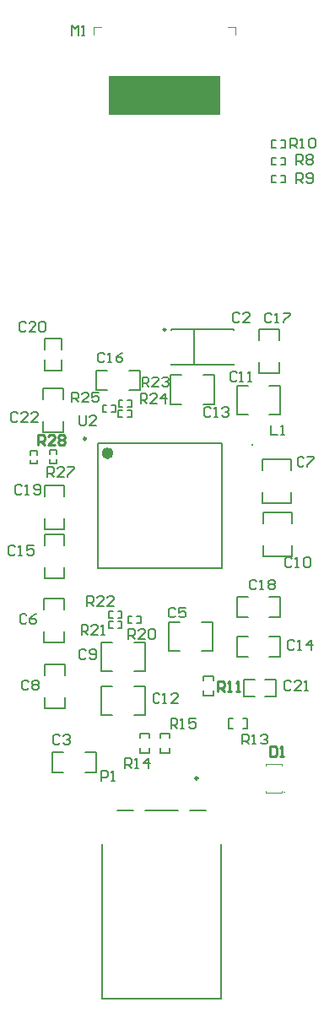
<source format=gto>
G04 Layer_Color=16777215*
%FSLAX24Y24*%
%MOIN*%
G70*
G01*
G75*
%ADD28C,0.0079*%
%ADD49C,0.0098*%
%ADD50C,0.0236*%
%ADD51C,0.0050*%
%ADD52C,0.0060*%
%ADD53C,0.0039*%
%ADD54C,0.0100*%
%ADD55R,0.4409X0.1575*%
D28*
X40856Y13711D02*
Y19825D01*
X36132Y13711D02*
Y19825D01*
Y13711D02*
X40856D01*
X39608Y21152D02*
X40256D01*
X37833D02*
X39156D01*
X36732D02*
X37380D01*
X38858Y38750D02*
Y38770D01*
Y40108D02*
Y40128D01*
X39783Y38750D02*
Y40128D01*
X41339Y38750D02*
Y38770D01*
Y40108D02*
Y40128D01*
X38858D02*
X41339D01*
X38858Y38750D02*
X41339D01*
X35965Y30719D02*
X40886D01*
X35965Y35640D02*
X40886D01*
Y30719D02*
Y35640D01*
X35965Y30719D02*
Y35640D01*
X42067Y35571D02*
Y35610D01*
X35252Y36732D02*
Y36404D01*
X35318Y36338D01*
X35449D01*
X35514Y36404D01*
Y36732D01*
X35908Y36338D02*
X35646D01*
X35908Y36601D01*
Y36666D01*
X35842Y36732D01*
X35711D01*
X35646Y36666D01*
X41683Y23760D02*
Y24153D01*
X41880D01*
X41945Y24088D01*
Y23957D01*
X41880Y23891D01*
X41683D01*
X41814D02*
X41945Y23760D01*
X42077D02*
X42208D01*
X42142D01*
Y24153D01*
X42077Y24088D01*
X42405D02*
X42470Y24153D01*
X42601D01*
X42667Y24088D01*
Y24022D01*
X42601Y23957D01*
X42536D01*
X42601D01*
X42667Y23891D01*
Y23825D01*
X42601Y23760D01*
X42470D01*
X42405Y23825D01*
X43819Y46634D02*
Y47027D01*
X44016D01*
X44081Y46962D01*
Y46831D01*
X44016Y46765D01*
X43819D01*
X43950D02*
X44081Y46634D01*
X44212Y46962D02*
X44278Y47027D01*
X44409D01*
X44475Y46962D01*
Y46896D01*
X44409Y46831D01*
X44475Y46765D01*
Y46699D01*
X44409Y46634D01*
X44278D01*
X44212Y46699D01*
Y46765D01*
X44278Y46831D01*
X44212Y46896D01*
Y46962D01*
X44278Y46831D02*
X44409D01*
X43583Y47293D02*
Y47687D01*
X43779D01*
X43845Y47621D01*
Y47490D01*
X43779Y47425D01*
X43583D01*
X43714D02*
X43845Y47293D01*
X43976D02*
X44107D01*
X44042D01*
Y47687D01*
X43976Y47621D01*
X44304D02*
X44370Y47687D01*
X44501D01*
X44567Y47621D01*
Y47359D01*
X44501Y47293D01*
X44370D01*
X44304Y47359D01*
Y47621D01*
X43819Y45915D02*
Y46309D01*
X44016D01*
X44081Y46243D01*
Y46112D01*
X44016Y46047D01*
X43819D01*
X43950D02*
X44081Y45915D01*
X44212Y45981D02*
X44278Y45915D01*
X44409D01*
X44475Y45981D01*
Y46243D01*
X44409Y46309D01*
X44278D01*
X44212Y46243D01*
Y46178D01*
X44278Y46112D01*
X44475D01*
X37047Y22805D02*
X37046Y23199D01*
X37243Y23199D01*
X37309Y23134D01*
X37309Y23003D01*
X37244Y22937D01*
X37047Y22936D01*
X37178Y22937D02*
X37310Y22806D01*
X37441Y22806D02*
X37572Y22807D01*
X37506Y22807D01*
X37505Y23200D01*
X37440Y23134D01*
X37966Y22808D02*
X37964Y23202D01*
X37768Y23004D01*
X38031Y23005D01*
X38858Y24370D02*
Y24764D01*
X39055D01*
X39121Y24698D01*
Y24567D01*
X39055Y24501D01*
X38858D01*
X38989D02*
X39121Y24370D01*
X39252D02*
X39383D01*
X39317D01*
Y24764D01*
X39252Y24698D01*
X39842Y24764D02*
X39580D01*
Y24567D01*
X39711Y24632D01*
X39777D01*
X39842Y24567D01*
Y24436D01*
X39777Y24370D01*
X39645D01*
X39580Y24436D01*
X33986Y34301D02*
Y34695D01*
X34183D01*
X34249Y34629D01*
Y34498D01*
X34183Y34432D01*
X33986D01*
X34117D02*
X34249Y34301D01*
X34642D02*
X34380D01*
X34642Y34564D01*
Y34629D01*
X34577Y34695D01*
X34445D01*
X34380Y34629D01*
X34773Y34695D02*
X35036D01*
Y34629D01*
X34773Y34367D01*
Y34301D01*
X34941Y37261D02*
Y37654D01*
X35138D01*
X35203Y37589D01*
Y37458D01*
X35138Y37392D01*
X34941D01*
X35072D02*
X35203Y37261D01*
X35597D02*
X35335D01*
X35597Y37523D01*
Y37589D01*
X35531Y37654D01*
X35400D01*
X35335Y37589D01*
X35991Y37654D02*
X35728D01*
Y37458D01*
X35859Y37523D01*
X35925D01*
X35991Y37458D01*
Y37326D01*
X35925Y37261D01*
X35794D01*
X35728Y37326D01*
X37657Y37215D02*
Y37608D01*
X37854D01*
X37920Y37543D01*
Y37411D01*
X37854Y37346D01*
X37657D01*
X37789D02*
X37920Y37215D01*
X38313D02*
X38051D01*
X38313Y37477D01*
Y37543D01*
X38248Y37608D01*
X38117D01*
X38051Y37543D01*
X38641Y37215D02*
Y37608D01*
X38445Y37411D01*
X38707D01*
X37726Y37864D02*
Y38258D01*
X37923D01*
X37989Y38192D01*
Y38061D01*
X37923Y37995D01*
X37726D01*
X37858D02*
X37989Y37864D01*
X38382D02*
X38120D01*
X38382Y38127D01*
Y38192D01*
X38317Y38258D01*
X38186D01*
X38120Y38192D01*
X38514D02*
X38579Y38258D01*
X38710D01*
X38776Y38192D01*
Y38127D01*
X38710Y38061D01*
X38645D01*
X38710D01*
X38776Y37995D01*
Y37930D01*
X38710Y37864D01*
X38579D01*
X38514Y37930D01*
X35551Y29222D02*
Y29616D01*
X35748D01*
X35814Y29550D01*
Y29419D01*
X35748Y29354D01*
X35551D01*
X35682D02*
X35814Y29222D01*
X36207D02*
X35945D01*
X36207Y29485D01*
Y29550D01*
X36142Y29616D01*
X36010D01*
X35945Y29550D01*
X36601Y29222D02*
X36338D01*
X36601Y29485D01*
Y29550D01*
X36535Y29616D01*
X36404D01*
X36338Y29550D01*
X35325Y28091D02*
Y28484D01*
X35522D01*
X35587Y28419D01*
Y28287D01*
X35522Y28222D01*
X35325D01*
X35456D02*
X35587Y28091D01*
X35981D02*
X35718D01*
X35981Y28353D01*
Y28419D01*
X35915Y28484D01*
X35784D01*
X35718Y28419D01*
X36112Y28091D02*
X36243D01*
X36178D01*
Y28484D01*
X36112Y28419D01*
X37175Y27913D02*
Y28307D01*
X37372D01*
X37438Y28241D01*
Y28110D01*
X37372Y28045D01*
X37175D01*
X37306D02*
X37438Y27913D01*
X37831D02*
X37569D01*
X37831Y28176D01*
Y28241D01*
X37766Y28307D01*
X37634D01*
X37569Y28241D01*
X37962D02*
X38028Y28307D01*
X38159D01*
X38225Y28241D01*
Y27979D01*
X38159Y27913D01*
X38028D01*
X37962Y27979D01*
Y28241D01*
X36112Y22313D02*
Y22707D01*
X36309D01*
X36375Y22641D01*
Y22510D01*
X36309Y22444D01*
X36112D01*
X36506Y22313D02*
X36637D01*
X36571D01*
Y22707D01*
X36506Y22641D01*
X34931Y51742D02*
Y52136D01*
X35062Y52005D01*
X35193Y52136D01*
Y51742D01*
X35325D02*
X35456D01*
X35390D01*
Y52136D01*
X35325Y52070D01*
X42815Y36358D02*
Y35965D01*
X43077D01*
X43209D02*
X43340D01*
X43274D01*
Y36358D01*
X43209Y36293D01*
X34482Y24068D02*
X34417Y24134D01*
X34286D01*
X34220Y24068D01*
Y23806D01*
X34286Y23740D01*
X34417D01*
X34482Y23806D01*
X34614Y24068D02*
X34679Y24134D01*
X34810D01*
X34876Y24068D01*
Y24002D01*
X34810Y23937D01*
X34745D01*
X34810D01*
X34876Y23871D01*
Y23806D01*
X34810Y23740D01*
X34679D01*
X34614Y23806D01*
X41581Y40748D02*
X41516Y40814D01*
X41384D01*
X41319Y40748D01*
Y40486D01*
X41384Y40420D01*
X41516D01*
X41581Y40486D01*
X41975Y40420D02*
X41712D01*
X41975Y40682D01*
Y40748D01*
X41909Y40814D01*
X41778D01*
X41712Y40748D01*
X32812Y36804D02*
X32746Y36870D01*
X32615D01*
X32549Y36804D01*
Y36542D01*
X32615Y36476D01*
X32746D01*
X32812Y36542D01*
X33205Y36476D02*
X32943D01*
X33205Y36739D01*
Y36804D01*
X33140Y36870D01*
X33008D01*
X32943Y36804D01*
X33599Y36476D02*
X33336D01*
X33599Y36739D01*
Y36804D01*
X33533Y36870D01*
X33402D01*
X33336Y36804D01*
X43609Y26204D02*
X43543Y26270D01*
X43412D01*
X43346Y26204D01*
Y25942D01*
X43412Y25876D01*
X43543D01*
X43609Y25942D01*
X44002Y25876D02*
X43740D01*
X44002Y26138D01*
Y26204D01*
X43937Y26270D01*
X43806D01*
X43740Y26204D01*
X44134Y25876D02*
X44265D01*
X44199D01*
Y26270D01*
X44134Y26204D01*
X33127Y40367D02*
X33061Y40433D01*
X32930D01*
X32864Y40367D01*
Y40105D01*
X32930Y40039D01*
X33061D01*
X33127Y40105D01*
X33520Y40039D02*
X33258D01*
X33520Y40302D01*
Y40367D01*
X33455Y40433D01*
X33323D01*
X33258Y40367D01*
X33651D02*
X33717Y40433D01*
X33848D01*
X33914Y40367D01*
Y40105D01*
X33848Y40039D01*
X33717D01*
X33651Y40105D01*
Y40367D01*
X32979Y33930D02*
X32913Y33996D01*
X32782D01*
X32717Y33930D01*
Y33668D01*
X32782Y33602D01*
X32913D01*
X32979Y33668D01*
X33110Y33602D02*
X33241D01*
X33176D01*
Y33996D01*
X33110Y33930D01*
X33438Y33668D02*
X33504Y33602D01*
X33635D01*
X33700Y33668D01*
Y33930D01*
X33635Y33996D01*
X33504D01*
X33438Y33930D01*
Y33865D01*
X33504Y33799D01*
X33700D01*
X42251Y30190D02*
X42185Y30256D01*
X42054D01*
X41988Y30190D01*
Y29928D01*
X42054Y29862D01*
X42185D01*
X42251Y29928D01*
X42382Y29862D02*
X42513D01*
X42447D01*
Y30256D01*
X42382Y30190D01*
X42710D02*
X42775Y30256D01*
X42907D01*
X42972Y30190D01*
Y30125D01*
X42907Y30059D01*
X42972Y29993D01*
Y29928D01*
X42907Y29862D01*
X42775D01*
X42710Y29928D01*
Y29993D01*
X42775Y30059D01*
X42710Y30125D01*
Y30190D01*
X42775Y30059D02*
X42907D01*
X42851Y40722D02*
X42785Y40787D01*
X42654D01*
X42589Y40722D01*
Y40459D01*
X42654Y40394D01*
X42785D01*
X42851Y40459D01*
X42982Y40394D02*
X43113D01*
X43048D01*
Y40787D01*
X42982Y40722D01*
X43310Y40787D02*
X43573D01*
Y40722D01*
X43310Y40459D01*
Y40394D01*
X36232Y39158D02*
X36167Y39224D01*
X36036D01*
X35970Y39158D01*
Y38896D01*
X36036Y38830D01*
X36167D01*
X36232Y38896D01*
X36364Y38830D02*
X36495D01*
X36429D01*
Y39224D01*
X36364Y39158D01*
X36954Y39224D02*
X36823Y39158D01*
X36692Y39027D01*
Y38896D01*
X36757Y38830D01*
X36888D01*
X36954Y38896D01*
Y38961D01*
X36888Y39027D01*
X36692D01*
X32713Y31529D02*
X32648Y31594D01*
X32516D01*
X32451Y31529D01*
Y31266D01*
X32516Y31201D01*
X32648D01*
X32713Y31266D01*
X32844Y31201D02*
X32976D01*
X32910D01*
Y31594D01*
X32844Y31529D01*
X33435Y31594D02*
X33172D01*
Y31398D01*
X33304Y31463D01*
X33369D01*
X33435Y31398D01*
Y31266D01*
X33369Y31201D01*
X33238D01*
X33172Y31266D01*
X43747Y27798D02*
X43681Y27864D01*
X43550D01*
X43484Y27798D01*
Y27536D01*
X43550Y27470D01*
X43681D01*
X43747Y27536D01*
X43878Y27470D02*
X44009D01*
X43943D01*
Y27864D01*
X43878Y27798D01*
X44403Y27470D02*
Y27864D01*
X44206Y27667D01*
X44468D01*
X40430Y37001D02*
X40364Y37067D01*
X40233D01*
X40167Y37001D01*
Y36739D01*
X40233Y36673D01*
X40364D01*
X40430Y36739D01*
X40561Y36673D02*
X40692D01*
X40626D01*
Y37067D01*
X40561Y37001D01*
X40889D02*
X40954Y37067D01*
X41086D01*
X41151Y37001D01*
Y36936D01*
X41086Y36870D01*
X41020D01*
X41086D01*
X41151Y36804D01*
Y36739D01*
X41086Y36673D01*
X40954D01*
X40889Y36739D01*
X38422Y25712D02*
X38356Y25777D01*
X38225D01*
X38159Y25712D01*
Y25449D01*
X38225Y25384D01*
X38356D01*
X38422Y25449D01*
X38553Y25384D02*
X38684D01*
X38619D01*
Y25777D01*
X38553Y25712D01*
X39143Y25384D02*
X38881D01*
X39143Y25646D01*
Y25712D01*
X39078Y25777D01*
X38947D01*
X38881Y25712D01*
X41458Y38399D02*
X41392Y38465D01*
X41261D01*
X41195Y38399D01*
Y38137D01*
X41261Y38071D01*
X41392D01*
X41458Y38137D01*
X41589Y38071D02*
X41720D01*
X41655D01*
Y38465D01*
X41589Y38399D01*
X41917Y38071D02*
X42048D01*
X41983D01*
Y38465D01*
X41917Y38399D01*
X43648Y31076D02*
X43583Y31142D01*
X43451D01*
X43386Y31076D01*
Y30814D01*
X43451Y30748D01*
X43583D01*
X43648Y30814D01*
X43779Y30748D02*
X43911D01*
X43845D01*
Y31142D01*
X43779Y31076D01*
X44107D02*
X44173Y31142D01*
X44304D01*
X44370Y31076D01*
Y30814D01*
X44304Y30748D01*
X44173D01*
X44107Y30814D01*
Y31076D01*
X35508Y27444D02*
X35443Y27510D01*
X35312D01*
X35246Y27444D01*
Y27182D01*
X35312Y27116D01*
X35443D01*
X35508Y27182D01*
X35640D02*
X35705Y27116D01*
X35836D01*
X35902Y27182D01*
Y27444D01*
X35836Y27510D01*
X35705D01*
X35640Y27444D01*
Y27379D01*
X35705Y27313D01*
X35902D01*
X33245Y26224D02*
X33179Y26289D01*
X33048D01*
X32982Y26224D01*
Y25961D01*
X33048Y25896D01*
X33179D01*
X33245Y25961D01*
X33376Y26224D02*
X33441Y26289D01*
X33573D01*
X33638Y26224D01*
Y26158D01*
X33573Y26092D01*
X33638Y26027D01*
Y25961D01*
X33573Y25896D01*
X33441D01*
X33376Y25961D01*
Y26027D01*
X33441Y26092D01*
X33376Y26158D01*
Y26224D01*
X33441Y26092D02*
X33573D01*
X44121Y35033D02*
X44055Y35098D01*
X43924D01*
X43858Y35033D01*
Y34770D01*
X43924Y34705D01*
X44055D01*
X44121Y34770D01*
X44252Y35098D02*
X44514D01*
Y35033D01*
X44252Y34770D01*
Y34705D01*
X33156Y28832D02*
X33090Y28898D01*
X32959D01*
X32894Y28832D01*
Y28570D01*
X32959Y28504D01*
X33090D01*
X33156Y28570D01*
X33550Y28898D02*
X33418Y28832D01*
X33287Y28701D01*
Y28570D01*
X33353Y28504D01*
X33484D01*
X33550Y28570D01*
Y28635D01*
X33484Y28701D01*
X33287D01*
X39041Y29087D02*
X38976Y29153D01*
X38845D01*
X38779Y29087D01*
Y28825D01*
X38845Y28759D01*
X38976D01*
X39041Y28825D01*
X39435Y29153D02*
X39173D01*
Y28956D01*
X39304Y29021D01*
X39369D01*
X39435Y28956D01*
Y28825D01*
X39369Y28759D01*
X39238D01*
X39173Y28825D01*
D49*
X39921Y22411D02*
G03*
X39921Y22411I-49J0D01*
G01*
X38652Y40128D02*
G03*
X38652Y40128I-49J0D01*
G01*
X35502Y35817D02*
G03*
X35502Y35817I-49J0D01*
G01*
D50*
X36476Y35246D02*
G03*
X36476Y35246I-118J0D01*
G01*
D51*
X43339Y21860D02*
G03*
X43339Y21860I-12J0D01*
G01*
X43189Y36762D02*
Y37904D01*
X41457Y36762D02*
Y37904D01*
X42756Y36762D02*
X43189D01*
X42756Y37904D02*
X43189D01*
X41457Y36762D02*
X41890D01*
X41457Y37904D02*
X41890D01*
X40561Y37185D02*
Y38327D01*
X38829Y37185D02*
Y38327D01*
X40128Y37185D02*
X40561D01*
X40128Y38327D02*
X40561D01*
X38829Y37185D02*
X39262D01*
X38829Y38327D02*
X39262D01*
X42756Y28780D02*
X43189D01*
X42756Y29567D02*
X43189D01*
X41457Y28780D02*
X41890D01*
X41457Y29567D02*
X41890D01*
X43189Y28780D02*
Y29567D01*
X41457Y28780D02*
Y29567D01*
X34163Y23435D02*
X34596D01*
X34163Y22648D02*
X34596D01*
X35463Y23435D02*
X35896D01*
X35463Y22648D02*
X35896D01*
X34163D02*
Y23435D01*
X35896Y22648D02*
Y23435D01*
X35915Y38524D02*
X36348D01*
X35915Y37736D02*
X36348D01*
X37215Y38524D02*
X37648D01*
X37215Y37736D02*
X37648D01*
X35915D02*
Y38524D01*
X37648Y37736D02*
Y38524D01*
X42500Y32894D02*
X43642D01*
X42500Y31161D02*
X43642D01*
Y32461D02*
Y32894D01*
X42500Y32461D02*
Y32894D01*
X43642Y31161D02*
Y31594D01*
X42500Y31161D02*
Y31594D01*
X33858Y32244D02*
Y32677D01*
X34646Y32244D02*
Y32677D01*
X33858Y33543D02*
Y33976D01*
X34646Y33543D02*
Y33976D01*
X33858Y32244D02*
X34646D01*
X33858Y33976D02*
X34646D01*
X33858Y30305D02*
Y30738D01*
X34646Y30305D02*
Y30738D01*
X33858Y31604D02*
Y32037D01*
X34646Y31604D02*
Y32037D01*
X33858Y30305D02*
X34646D01*
X33858Y32037D02*
X34646D01*
X37844Y24911D02*
Y26053D01*
X36112Y24911D02*
Y26053D01*
X37411Y24911D02*
X37844D01*
X37411Y26053D02*
X37844D01*
X36112Y24911D02*
X36545D01*
X36112Y26053D02*
X36545D01*
X37845Y26644D02*
Y27785D01*
X36112Y26644D02*
Y27785D01*
X37411Y26644D02*
X37845D01*
X37411Y27785D02*
X37845D01*
X36112Y26644D02*
X36545D01*
X36112Y27785D02*
X36545D01*
X34626Y29065D02*
Y29498D01*
X33839Y29065D02*
Y29498D01*
X34626Y27766D02*
Y28199D01*
X33839Y27766D02*
Y28199D01*
Y29498D02*
X34626D01*
X33839Y27766D02*
X34626D01*
X33888Y25167D02*
Y25600D01*
X34675Y25167D02*
Y25600D01*
X33888Y26467D02*
Y26900D01*
X34675Y26467D02*
Y26900D01*
X33888Y25167D02*
X34675D01*
X33888Y26900D02*
X34675D01*
X33809Y36063D02*
Y36496D01*
X34596Y36063D02*
Y36496D01*
X33809Y37362D02*
Y37795D01*
X34596Y37362D02*
Y37795D01*
X33809Y36063D02*
X34596D01*
X33809Y37795D02*
X34596D01*
X33878Y38524D02*
Y38957D01*
X34547Y38524D02*
Y38957D01*
X33878Y39350D02*
Y39783D01*
X34547Y39350D02*
Y39783D01*
X33878Y38524D02*
X34547D01*
X33878Y39783D02*
X34547D01*
X42480Y35020D02*
X43622D01*
X42480Y33287D02*
X43622D01*
Y34587D02*
Y35020D01*
X42480Y34587D02*
Y35020D01*
X43622Y33287D02*
Y33720D01*
X42480Y33287D02*
Y33720D01*
X42343Y38396D02*
Y38829D01*
Y38396D02*
X43130D01*
X42343Y39695D02*
Y40128D01*
X43130D01*
Y38396D02*
Y38829D01*
Y39695D02*
Y40128D01*
X38760Y27441D02*
Y28583D01*
Y27441D02*
X39193D01*
X38760Y28583D02*
X39193D01*
X40059Y27441D02*
X40492D01*
Y28583D01*
X40059D02*
X40492D01*
X41457Y27205D02*
Y27992D01*
Y27205D02*
X41890D01*
X41457Y27992D02*
X41890D01*
X42756Y27205D02*
X43189D01*
Y27992D01*
X42756D02*
X43189D01*
X41752Y25650D02*
Y26319D01*
Y25650D02*
X42185D01*
X41752Y26319D02*
X42185D01*
X42579Y25650D02*
X43012D01*
Y26319D01*
X42579D02*
X43012D01*
D52*
X33307Y35187D02*
Y35344D01*
X33583D01*
Y35187D02*
Y35344D01*
Y34833D02*
Y34990D01*
X33307Y34833D02*
X33583D01*
X33307D02*
Y34990D01*
X36161Y36870D02*
X36319D01*
X36161D02*
Y37146D01*
X36319D01*
X36516D02*
X36673D01*
Y36870D02*
Y37146D01*
X36516Y36870D02*
X36673D01*
X36781Y36673D02*
X36939D01*
X36781D02*
Y36949D01*
X36939D01*
X37136D02*
X37293D01*
Y36673D02*
Y36949D01*
X37136Y36673D02*
X37293D01*
X37146Y37352D02*
X37303D01*
Y37077D02*
Y37352D01*
X37146Y37077D02*
X37303D01*
X36791D02*
X36949D01*
X36791D02*
Y37352D01*
X36949D01*
X43209Y46220D02*
X43366D01*
Y45945D02*
Y46220D01*
X43209Y45945D02*
X43366D01*
X42854D02*
X43012D01*
X42854D02*
Y46220D01*
X43012D01*
X43209Y46919D02*
X43366D01*
Y46644D02*
Y46919D01*
X43209Y46644D02*
X43366D01*
X42854D02*
X43012D01*
X42854D02*
Y46919D01*
X43012D01*
X43209Y47598D02*
X43366D01*
Y47323D02*
Y47598D01*
X43209Y47323D02*
X43366D01*
X42854D02*
X43012D01*
X42854D02*
Y47598D01*
X43012D01*
X38022Y23996D02*
Y24173D01*
X37628D02*
X38022D01*
X37628Y23996D02*
Y24173D01*
Y23425D02*
Y23602D01*
Y23425D02*
X38022D01*
Y23602D01*
X38819Y23996D02*
Y24173D01*
X38425D02*
X38819D01*
X38425Y23996D02*
Y24173D01*
Y23425D02*
Y23602D01*
Y23425D02*
X38819D01*
Y23602D01*
X36407Y28327D02*
X36565D01*
X36407D02*
Y28602D01*
X36565D01*
X36762D02*
X36919D01*
Y28327D02*
Y28602D01*
X36762Y28327D02*
X36919D01*
X36762Y29006D02*
X36919D01*
Y28730D02*
Y29006D01*
X36762Y28730D02*
X36919D01*
X36407D02*
X36565D01*
X36407D02*
Y29006D01*
X36565D01*
X37165Y28533D02*
Y28809D01*
Y28533D02*
X37323D01*
X37165Y28809D02*
X37323D01*
X37677Y28533D02*
Y28809D01*
X37520Y28533D02*
X37677D01*
X37520Y28809D02*
X37677D01*
X41132Y24783D02*
X41309D01*
X41132Y24390D02*
Y24783D01*
X41703D02*
X41880D01*
Y24390D02*
Y24783D01*
X41132Y24390D02*
X41309D01*
X41703D02*
X41880D01*
X40541Y26260D02*
Y26437D01*
X40148D02*
X40541D01*
X40148Y26260D02*
Y26437D01*
Y25689D02*
Y25866D01*
Y25689D02*
X40541D01*
Y25866D01*
X34350Y34852D02*
Y35010D01*
X34075Y34852D02*
X34350D01*
X34075D02*
Y35010D01*
Y35207D02*
Y35364D01*
X34350D01*
Y35207D02*
Y35364D01*
D53*
X41391Y51783D02*
Y52078D01*
X41096D02*
X41391D01*
X35801D02*
X36096D01*
X35801Y51783D02*
X35801Y52078D01*
X43248Y21841D02*
Y21900D01*
X42618Y21841D02*
Y21900D01*
Y22923D02*
Y22982D01*
X43248Y22923D02*
Y22982D01*
X42618D02*
X43248D01*
X42618Y21841D02*
X43248D01*
D54*
X33612Y35568D02*
Y35961D01*
X33809D01*
X33875Y35896D01*
Y35765D01*
X33809Y35699D01*
X33612D01*
X33743D02*
X33875Y35568D01*
X34268D02*
X34006D01*
X34268Y35830D01*
Y35896D01*
X34203Y35961D01*
X34071D01*
X34006Y35896D01*
X34399D02*
X34465Y35961D01*
X34596D01*
X34662Y35896D01*
Y35830D01*
X34596Y35765D01*
X34662Y35699D01*
Y35633D01*
X34596Y35568D01*
X34465D01*
X34399Y35633D01*
Y35699D01*
X34465Y35765D01*
X34399Y35830D01*
Y35896D01*
X34465Y35765D02*
X34596D01*
X40718Y25846D02*
Y26240D01*
X40915D01*
X40981Y26174D01*
Y26043D01*
X40915Y25978D01*
X40718D01*
X40850D02*
X40981Y25846D01*
X41112D02*
X41243D01*
X41178D01*
Y26240D01*
X41112Y26174D01*
X41440Y25846D02*
X41571D01*
X41506D01*
Y26240D01*
X41440Y26174D01*
X42776Y23681D02*
Y23287D01*
X42972D01*
X43038Y23353D01*
Y23615D01*
X42972Y23681D01*
X42776D01*
X43169Y23287D02*
X43300D01*
X43235D01*
Y23681D01*
X43169Y23615D01*
D55*
X38615Y49382D02*
D03*
M02*

</source>
